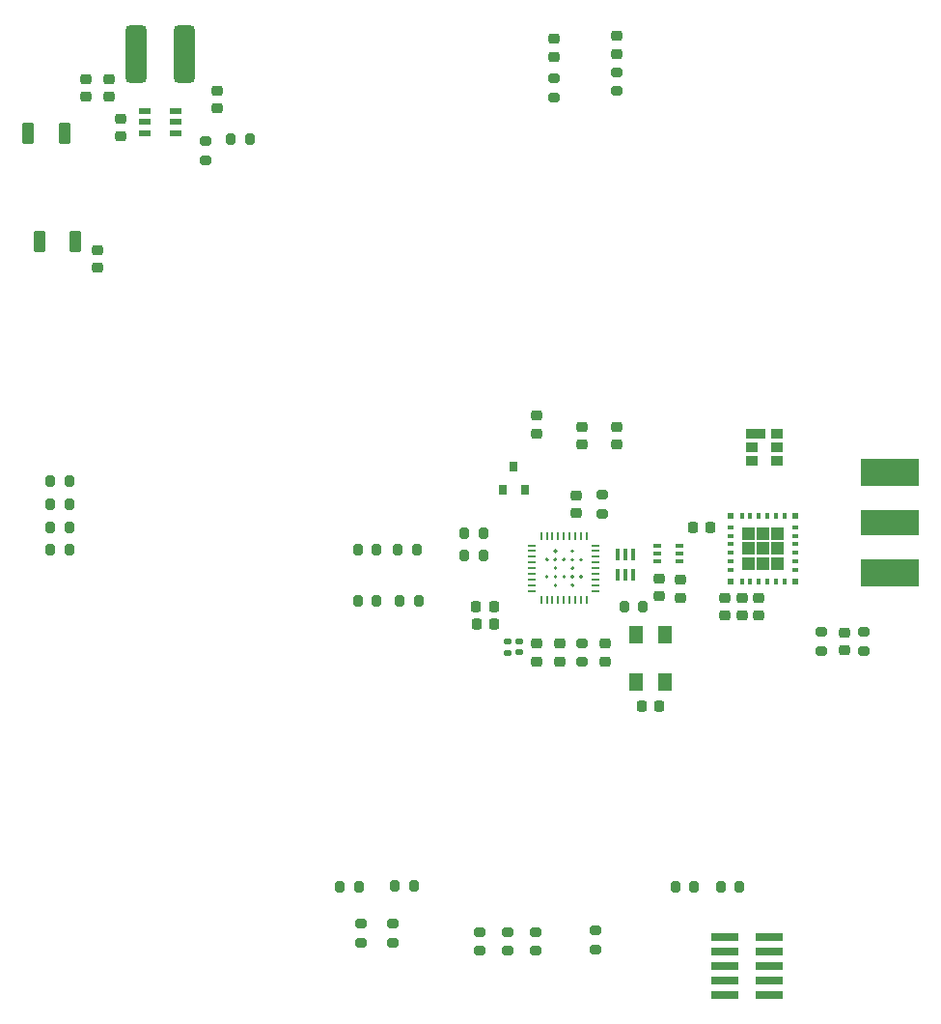
<source format=gtp>
G04 #@! TF.GenerationSoftware,KiCad,Pcbnew,7.0.9+1*
G04 #@! TF.CreationDate,2024-02-23T15:47:33-08:00*
G04 #@! TF.ProjectId,hsl_radio,68736c5f-7261-4646-996f-2e6b69636164,1*
G04 #@! TF.SameCoordinates,Original*
G04 #@! TF.FileFunction,Paste,Top*
G04 #@! TF.FilePolarity,Positive*
%FSLAX46Y46*%
G04 Gerber Fmt 4.6, Leading zero omitted, Abs format (unit mm)*
G04 Created by KiCad (PCBNEW 7.0.9+1) date 2024-02-23 15:47:33*
%MOMM*%
%LPD*%
G01*
G04 APERTURE LIST*
G04 Aperture macros list*
%AMRoundRect*
0 Rectangle with rounded corners*
0 $1 Rounding radius*
0 $2 $3 $4 $5 $6 $7 $8 $9 X,Y pos of 4 corners*
0 Add a 4 corners polygon primitive as box body*
4,1,4,$2,$3,$4,$5,$6,$7,$8,$9,$2,$3,0*
0 Add four circle primitives for the rounded corners*
1,1,$1+$1,$2,$3*
1,1,$1+$1,$4,$5*
1,1,$1+$1,$6,$7*
1,1,$1+$1,$8,$9*
0 Add four rect primitives between the rounded corners*
20,1,$1+$1,$2,$3,$4,$5,0*
20,1,$1+$1,$4,$5,$6,$7,0*
20,1,$1+$1,$6,$7,$8,$9,0*
20,1,$1+$1,$8,$9,$2,$3,0*%
G04 Aperture macros list end*
%ADD10C,0.200000*%
%ADD11R,0.280000X0.750000*%
%ADD12R,0.750000X0.280000*%
%ADD13RoundRect,0.225000X0.225000X0.250000X-0.225000X0.250000X-0.225000X-0.250000X0.225000X-0.250000X0*%
%ADD14RoundRect,0.140000X-0.170000X0.140000X-0.170000X-0.140000X0.170000X-0.140000X0.170000X0.140000X0*%
%ADD15RoundRect,0.225000X-0.250000X0.225000X-0.250000X-0.225000X0.250000X-0.225000X0.250000X0.225000X0*%
%ADD16RoundRect,0.225000X0.250000X-0.225000X0.250000X0.225000X-0.250000X0.225000X-0.250000X-0.225000X0*%
%ADD17RoundRect,0.225000X-0.225000X-0.250000X0.225000X-0.250000X0.225000X0.250000X-0.225000X0.250000X0*%
%ADD18RoundRect,0.218750X-0.256250X0.218750X-0.256250X-0.218750X0.256250X-0.218750X0.256250X0.218750X0*%
%ADD19R,2.400000X0.740000*%
%ADD20R,5.080000X2.290000*%
%ADD21R,5.080000X2.420000*%
%ADD22RoundRect,0.250000X0.275000X0.700000X-0.275000X0.700000X-0.275000X-0.700000X0.275000X-0.700000X0*%
%ADD23RoundRect,0.218750X-0.218750X-0.256250X0.218750X-0.256250X0.218750X0.256250X-0.218750X0.256250X0*%
%ADD24RoundRect,0.218750X0.256250X-0.218750X0.256250X0.218750X-0.256250X0.218750X-0.256250X-0.218750X0*%
%ADD25RoundRect,0.200000X-0.200000X-0.275000X0.200000X-0.275000X0.200000X0.275000X-0.200000X0.275000X0*%
%ADD26RoundRect,0.200000X0.200000X0.275000X-0.200000X0.275000X-0.200000X-0.275000X0.200000X-0.275000X0*%
%ADD27RoundRect,0.200000X-0.275000X0.200000X-0.275000X-0.200000X0.275000X-0.200000X0.275000X0.200000X0*%
%ADD28RoundRect,0.200000X0.275000X-0.200000X0.275000X0.200000X-0.275000X0.200000X-0.275000X-0.200000X0*%
%ADD29R,1.700000X0.810000*%
%ADD30R,1.050000X0.810000*%
%ADD31R,0.800000X0.900000*%
%ADD32R,0.650000X0.400000*%
%ADD33R,1.003300X0.558800*%
%ADD34RoundRect,0.475000X0.475000X2.075000X-0.475000X2.075000X-0.475000X-2.075000X0.475000X-2.075000X0*%
%ADD35R,0.350000X1.000000*%
%ADD36R,0.609600X0.609600*%
%ADD37R,0.609600X0.457200*%
%ADD38R,0.457200X0.609600*%
%ADD39R,1.300000X1.600000*%
G04 APERTURE END LIST*
D10*
X143750000Y-68100000D02*
G75*
G03*
X143750000Y-68100000I-100000J0D01*
G01*
X143750000Y-66600000D02*
G75*
G03*
X143750000Y-66600000I-100000J0D01*
G01*
X143750000Y-65100000D02*
G75*
G03*
X143750000Y-65100000I-100000J0D01*
G01*
X142250000Y-65100000D02*
G75*
G03*
X142250000Y-65100000I-100000J0D01*
G01*
X142250000Y-66600000D02*
G75*
G03*
X142250000Y-66600000I-100000J0D01*
G01*
X142250000Y-68100000D02*
G75*
G03*
X142250000Y-68100000I-100000J0D01*
G01*
X141500000Y-67350000D02*
G75*
G03*
X141500000Y-67350000I-100000J0D01*
G01*
X142250000Y-67350000D02*
G75*
G03*
X142250000Y-67350000I-100000J0D01*
G01*
X143750000Y-67350000D02*
G75*
G03*
X143750000Y-67350000I-100000J0D01*
G01*
X143000000Y-67350000D02*
G75*
G03*
X143000000Y-67350000I-100000J0D01*
G01*
X144500000Y-67350000D02*
G75*
G03*
X144500000Y-67350000I-100000J0D01*
G01*
X144500000Y-65850000D02*
G75*
G03*
X144500000Y-65850000I-100000J0D01*
G01*
X143000000Y-65850000D02*
G75*
G03*
X143000000Y-65850000I-100000J0D01*
G01*
X143750000Y-65850000D02*
G75*
G03*
X143750000Y-65850000I-100000J0D01*
G01*
X142250000Y-65850000D02*
G75*
G03*
X142250000Y-65850000I-100000J0D01*
G01*
X141500000Y-65850000D02*
G75*
G03*
X141500000Y-65850000I-100000J0D01*
G01*
G36*
X162218101Y-66718100D02*
G01*
X161122701Y-66718100D01*
X161122701Y-65622700D01*
X162218101Y-65622700D01*
X162218101Y-66718100D01*
G37*
G36*
X162218101Y-65422700D02*
G01*
X161122701Y-65422700D01*
X161122701Y-64327300D01*
X162218101Y-64327300D01*
X162218101Y-65422700D01*
G37*
G36*
X162218101Y-64127300D02*
G01*
X161122701Y-64127300D01*
X161122701Y-63031900D01*
X162218101Y-63031900D01*
X162218101Y-64127300D01*
G37*
G36*
X160922701Y-66718100D02*
G01*
X159827301Y-66718100D01*
X159827301Y-65622700D01*
X160922701Y-65622700D01*
X160922701Y-66718100D01*
G37*
G36*
X160922701Y-65422700D02*
G01*
X159827301Y-65422700D01*
X159827301Y-64327300D01*
X160922701Y-64327300D01*
X160922701Y-65422700D01*
G37*
G36*
X160922701Y-64127300D02*
G01*
X159827301Y-64127300D01*
X159827301Y-63031900D01*
X160922701Y-63031900D01*
X160922701Y-64127300D01*
G37*
G36*
X159627301Y-66718100D02*
G01*
X158531901Y-66718100D01*
X158531901Y-65622700D01*
X159627301Y-65622700D01*
X159627301Y-66718100D01*
G37*
G36*
X159627301Y-65422700D02*
G01*
X158531901Y-65422700D01*
X158531901Y-64327300D01*
X159627301Y-64327300D01*
X159627301Y-65422700D01*
G37*
G36*
X159627301Y-64127300D02*
G01*
X158531901Y-64127300D01*
X158531901Y-63031900D01*
X159627301Y-63031900D01*
X159627301Y-64127300D01*
G37*
D11*
X142900000Y-63820000D03*
X143400000Y-63820000D03*
X143900000Y-63820000D03*
X144400000Y-63820000D03*
X144900000Y-63820000D03*
X142400000Y-63820000D03*
X141900000Y-63820000D03*
X141400000Y-63820000D03*
X140900000Y-63820000D03*
D12*
X145680000Y-66600000D03*
X145680000Y-67100000D03*
X145680000Y-67600000D03*
X145680000Y-68100000D03*
X145680000Y-68600000D03*
X145680000Y-64600000D03*
X145680000Y-65100000D03*
X145680000Y-65600000D03*
X145680000Y-66100000D03*
D11*
X142900000Y-69380000D03*
X142400000Y-69380000D03*
X141900000Y-69380000D03*
X141400000Y-69380000D03*
X140900000Y-69380000D03*
X144900000Y-69380000D03*
X144400000Y-69380000D03*
X143900000Y-69380000D03*
X143400000Y-69380000D03*
D12*
X140120000Y-66600000D03*
X140120000Y-66100000D03*
X140120000Y-65600000D03*
X140120000Y-65100000D03*
X140120000Y-64600000D03*
X140120000Y-68600000D03*
X140120000Y-68100000D03*
X140120000Y-67600000D03*
X140120000Y-67100000D03*
D13*
X136775000Y-71500000D03*
X135225000Y-71500000D03*
D14*
X139000000Y-73020000D03*
X139000000Y-73980000D03*
D15*
X140500000Y-73225000D03*
X140500000Y-74775000D03*
D16*
X104000000Y-28775000D03*
X104000000Y-27225000D03*
D15*
X142500000Y-73225000D03*
X142500000Y-74775000D03*
X167500000Y-72225000D03*
X167500000Y-73775000D03*
D14*
X138000000Y-73040000D03*
X138000000Y-74000000D03*
D15*
X157000000Y-69225000D03*
X157000000Y-70775000D03*
X144500000Y-54225000D03*
X144500000Y-55775000D03*
X146500000Y-73225000D03*
X146500000Y-74775000D03*
X101000000Y-23725000D03*
X101000000Y-25275000D03*
X102000000Y-38725000D03*
X102000000Y-40275000D03*
D16*
X144000000Y-61775000D03*
X144000000Y-60225000D03*
X140500000Y-54775000D03*
X140500000Y-53225000D03*
D15*
X151300000Y-67525000D03*
X151300000Y-69075000D03*
D17*
X149725000Y-78700000D03*
X151275000Y-78700000D03*
D13*
X155775000Y-63000000D03*
X154225000Y-63000000D03*
D15*
X158500000Y-69225000D03*
X158500000Y-70775000D03*
X160000000Y-69225000D03*
X160000000Y-70775000D03*
X147500000Y-54225000D03*
X147500000Y-55775000D03*
D18*
X142000000Y-20212500D03*
X142000000Y-21787500D03*
X147500000Y-19925000D03*
X147500000Y-21500000D03*
D19*
X160950000Y-104040000D03*
X157050000Y-104040000D03*
X160950000Y-102770000D03*
X157050000Y-102770000D03*
X160950000Y-101500000D03*
X157050000Y-101500000D03*
X160950000Y-100230000D03*
X157050000Y-100230000D03*
X160950000Y-98960000D03*
X157050000Y-98960000D03*
D20*
X171500000Y-62620000D03*
D21*
X171500000Y-67000000D03*
X171500000Y-58240000D03*
D22*
X100075000Y-38000000D03*
X96925000Y-38000000D03*
D23*
X135212500Y-70000000D03*
X136787500Y-70000000D03*
D24*
X153100000Y-69187500D03*
X153100000Y-67612500D03*
D25*
X123275000Y-94500000D03*
X124925000Y-94500000D03*
D26*
X129725000Y-94400000D03*
X128075000Y-94400000D03*
D27*
X142000000Y-23675000D03*
X142000000Y-25325000D03*
X147500000Y-23137500D03*
X147500000Y-24787500D03*
X135500000Y-98475000D03*
X135500000Y-100125000D03*
X145700000Y-98375000D03*
X145700000Y-100025000D03*
X138000000Y-98475000D03*
X138000000Y-100125000D03*
X140400000Y-98475000D03*
X140400000Y-100125000D03*
D26*
X99500000Y-65000000D03*
X97850000Y-65000000D03*
X99500000Y-63000000D03*
X97850000Y-63000000D03*
X99500000Y-59000000D03*
X97850000Y-59000000D03*
X99500000Y-61000000D03*
X97850000Y-61000000D03*
D27*
X127900000Y-97775000D03*
X127900000Y-99425000D03*
X125100000Y-97775000D03*
X125100000Y-99425000D03*
X146300000Y-60175000D03*
X146300000Y-61825000D03*
D26*
X149825000Y-70000000D03*
X148175000Y-70000000D03*
X158325000Y-94500000D03*
X156675000Y-94500000D03*
X126475000Y-65000000D03*
X124825000Y-65000000D03*
X129975000Y-65000000D03*
X128325000Y-65000000D03*
X126475000Y-69500000D03*
X124825000Y-69500000D03*
X130150000Y-69500000D03*
X128500000Y-69500000D03*
D25*
X134175000Y-65500000D03*
X135825000Y-65500000D03*
D26*
X154325000Y-94500000D03*
X152675000Y-94500000D03*
X135825000Y-63500000D03*
X134175000Y-63500000D03*
D27*
X169250000Y-72175000D03*
X169250000Y-73825000D03*
D28*
X165500000Y-73825000D03*
X165500000Y-72175000D03*
D29*
X159750000Y-54810000D03*
D30*
X159425000Y-56000000D03*
X159425000Y-57190000D03*
X161575000Y-57190000D03*
X161575000Y-56000000D03*
X161575000Y-54810000D03*
D31*
X137550000Y-59700000D03*
X139450000Y-59700000D03*
X138500000Y-57700000D03*
D32*
X153020000Y-65970000D03*
X153020000Y-64670000D03*
X151120000Y-65320000D03*
X153020000Y-65320000D03*
X151120000Y-64670000D03*
X151120000Y-65970000D03*
D28*
X144500000Y-74825000D03*
X144500000Y-73175000D03*
D16*
X112500000Y-26275000D03*
X112500000Y-24725000D03*
D33*
X106147450Y-26549999D03*
X106147450Y-27500000D03*
X106147450Y-28450001D03*
X108852550Y-28450001D03*
X108852550Y-27500000D03*
X108852550Y-26549999D03*
D27*
X111500000Y-29175000D03*
X111500000Y-30825000D03*
D34*
X109600000Y-21500000D03*
X105400000Y-21500000D03*
D26*
X115325000Y-29000000D03*
X113675000Y-29000000D03*
D22*
X99075000Y-28500000D03*
X95925000Y-28500000D03*
D35*
X148950000Y-65400000D03*
X148300000Y-65400000D03*
X147650000Y-65400000D03*
X147650000Y-67200000D03*
X148300000Y-67200000D03*
X148950000Y-67200000D03*
D36*
X163220207Y-67737021D03*
D37*
X163220195Y-66750000D03*
X163220195Y-65999999D03*
X163220195Y-65250001D03*
X163220195Y-64499999D03*
X163220195Y-63750001D03*
X163220195Y-63000000D03*
D36*
X163220207Y-62013995D03*
D38*
X162250001Y-62012992D03*
X161500000Y-62012992D03*
X160750002Y-62012992D03*
X160000000Y-62012992D03*
X159250002Y-62012992D03*
X158500001Y-62012992D03*
D36*
X157529795Y-62013995D03*
D37*
X157529807Y-63000000D03*
X157529807Y-63750001D03*
X157529807Y-64499999D03*
X157529807Y-65250001D03*
X157529807Y-65999999D03*
X157529807Y-66750000D03*
D36*
X157529795Y-67737021D03*
D38*
X158500001Y-67737008D03*
X159250002Y-67737008D03*
X160000000Y-67737008D03*
X160750002Y-67737008D03*
X161500000Y-67737008D03*
X162250001Y-67737008D03*
D39*
X151750000Y-76550000D03*
X151750000Y-72450000D03*
X149250000Y-72450000D03*
X149250000Y-76550000D03*
D15*
X103000000Y-23725000D03*
X103000000Y-25275000D03*
M02*

</source>
